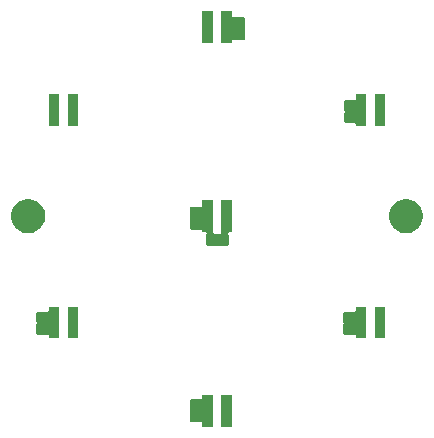
<source format=gbr>
G04 #@! TF.GenerationSoftware,KiCad,Pcbnew,5.0.1-33cea8e~67~ubuntu16.04.1*
G04 #@! TF.CreationDate,2018-10-18T10:50:00-04:00*
G04 #@! TF.ProjectId,MQP Kat Foot Sensors,4D5150204B617420466F6F742053656E,rev?*
G04 #@! TF.SameCoordinates,Original*
G04 #@! TF.FileFunction,Soldermask,Bot*
G04 #@! TF.FilePolarity,Negative*
%FSLAX46Y46*%
G04 Gerber Fmt 4.6, Leading zero omitted, Abs format (unit mm)*
G04 Created by KiCad (PCBNEW 5.0.1-33cea8e~67~ubuntu16.04.1) date Thu 18 Oct 2018 10:50:00 AM EDT*
%MOMM*%
%LPD*%
G01*
G04 APERTURE LIST*
%ADD10C,0.100000*%
G04 APERTURE END LIST*
D10*
G36*
X-350000Y-17850000D02*
X-1250000Y-17850000D01*
X-1250000Y-17572055D01*
X-1252402Y-17547669D01*
X-1259515Y-17524220D01*
X-1271066Y-17502609D01*
X-1286612Y-17483667D01*
X-1305554Y-17468121D01*
X-1327165Y-17456570D01*
X-1350614Y-17449457D01*
X-1375000Y-17447055D01*
X-1411283Y-17452437D01*
X-1439024Y-17460851D01*
X-1481141Y-17465000D01*
X-2138859Y-17465000D01*
X-2180974Y-17460852D01*
X-2215568Y-17450358D01*
X-2247441Y-17433322D01*
X-2275387Y-17410387D01*
X-2298322Y-17382441D01*
X-2315358Y-17350568D01*
X-2325852Y-17315974D01*
X-2330000Y-17273859D01*
X-2330000Y-16666141D01*
X-2325852Y-16624026D01*
X-2315358Y-16589432D01*
X-2294213Y-16549872D01*
X-2290243Y-16543931D01*
X-2280864Y-16521292D01*
X-2276083Y-16497259D01*
X-2276081Y-16472755D01*
X-2280860Y-16448721D01*
X-2290237Y-16426082D01*
X-2294205Y-16420142D01*
X-2315358Y-16380568D01*
X-2325852Y-16345974D01*
X-2330000Y-16303859D01*
X-2330000Y-15696141D01*
X-2325852Y-15654026D01*
X-2315358Y-15619432D01*
X-2298322Y-15587559D01*
X-2275387Y-15559613D01*
X-2247441Y-15536678D01*
X-2215568Y-15519642D01*
X-2180974Y-15509148D01*
X-2138859Y-15505000D01*
X-1481141Y-15505000D01*
X-1439024Y-15509149D01*
X-1411283Y-15517563D01*
X-1387250Y-15522343D01*
X-1362745Y-15522343D01*
X-1338712Y-15517562D01*
X-1316073Y-15508184D01*
X-1295699Y-15494570D01*
X-1278372Y-15477242D01*
X-1264759Y-15456867D01*
X-1255382Y-15434228D01*
X-1250000Y-15397945D01*
X-1250000Y-15150000D01*
X-350000Y-15150000D01*
X-350000Y-17850000D01*
X-350000Y-17850000D01*
G37*
G36*
X1250000Y-17850000D02*
X350000Y-17850000D01*
X350000Y-15150000D01*
X1250000Y-15150000D01*
X1250000Y-17850000D01*
X1250000Y-17850000D01*
G37*
G36*
X14250000Y-10350000D02*
X13350000Y-10350000D01*
X13350000Y-7650000D01*
X14250000Y-7650000D01*
X14250000Y-10350000D01*
X14250000Y-10350000D01*
G37*
G36*
X12650000Y-10350000D02*
X11750000Y-10350000D01*
X11750000Y-10152055D01*
X11747598Y-10127669D01*
X11740485Y-10104220D01*
X11728934Y-10082609D01*
X11713388Y-10063667D01*
X11694446Y-10048121D01*
X11672835Y-10036570D01*
X11649386Y-10029457D01*
X11625000Y-10027055D01*
X11588717Y-10032437D01*
X11560976Y-10040851D01*
X11518859Y-10045000D01*
X10861141Y-10045000D01*
X10819026Y-10040852D01*
X10784432Y-10030358D01*
X10752559Y-10013322D01*
X10724613Y-9990387D01*
X10701678Y-9962441D01*
X10684642Y-9930568D01*
X10674148Y-9895974D01*
X10670000Y-9853859D01*
X10670000Y-9246141D01*
X10674148Y-9204026D01*
X10684642Y-9169432D01*
X10705787Y-9129872D01*
X10709757Y-9123931D01*
X10719136Y-9101292D01*
X10723917Y-9077259D01*
X10723919Y-9052755D01*
X10719140Y-9028721D01*
X10709763Y-9006082D01*
X10705795Y-9000142D01*
X10684642Y-8960568D01*
X10674148Y-8925974D01*
X10670000Y-8883859D01*
X10670000Y-8276141D01*
X10674148Y-8234026D01*
X10684642Y-8199432D01*
X10701678Y-8167559D01*
X10724613Y-8139613D01*
X10752559Y-8116678D01*
X10784432Y-8099642D01*
X10819026Y-8089148D01*
X10861141Y-8085000D01*
X11518859Y-8085000D01*
X11560976Y-8089149D01*
X11588717Y-8097563D01*
X11612750Y-8102343D01*
X11637255Y-8102343D01*
X11661288Y-8097562D01*
X11683927Y-8088184D01*
X11704301Y-8074570D01*
X11721628Y-8057242D01*
X11735241Y-8036867D01*
X11744618Y-8014228D01*
X11750000Y-7977945D01*
X11750000Y-7650000D01*
X12650000Y-7650000D01*
X12650000Y-10350000D01*
X12650000Y-10350000D01*
G37*
G36*
X-13350000Y-10350000D02*
X-14250000Y-10350000D01*
X-14250000Y-10148121D01*
X-14252402Y-10123735D01*
X-14259515Y-10100286D01*
X-14271066Y-10078675D01*
X-14286612Y-10059733D01*
X-14305554Y-10044187D01*
X-14327165Y-10032636D01*
X-14350614Y-10025523D01*
X-14375000Y-10023121D01*
X-14399386Y-10025523D01*
X-14411286Y-10028504D01*
X-14419025Y-10030852D01*
X-14461141Y-10035000D01*
X-15118859Y-10035000D01*
X-15160974Y-10030852D01*
X-15195568Y-10020358D01*
X-15227441Y-10003322D01*
X-15255387Y-9980387D01*
X-15278322Y-9952441D01*
X-15295358Y-9920568D01*
X-15305852Y-9885974D01*
X-15310000Y-9843859D01*
X-15310000Y-9236141D01*
X-15305852Y-9194026D01*
X-15295358Y-9159432D01*
X-15274213Y-9119872D01*
X-15270243Y-9113931D01*
X-15260864Y-9091292D01*
X-15256083Y-9067259D01*
X-15256081Y-9042755D01*
X-15260860Y-9018721D01*
X-15270237Y-8996082D01*
X-15274205Y-8990142D01*
X-15295358Y-8950568D01*
X-15305852Y-8915974D01*
X-15310000Y-8873859D01*
X-15310000Y-8266141D01*
X-15305852Y-8224026D01*
X-15295358Y-8189432D01*
X-15278322Y-8157559D01*
X-15255387Y-8129613D01*
X-15227441Y-8106678D01*
X-15195568Y-8089642D01*
X-15160974Y-8079148D01*
X-15118859Y-8075000D01*
X-14461141Y-8075000D01*
X-14419025Y-8079148D01*
X-14411286Y-8081496D01*
X-14387253Y-8086277D01*
X-14362748Y-8086277D01*
X-14338715Y-8081497D01*
X-14316076Y-8072119D01*
X-14295701Y-8058506D01*
X-14278374Y-8041178D01*
X-14264760Y-8020804D01*
X-14255383Y-7998165D01*
X-14250602Y-7974132D01*
X-14250000Y-7961879D01*
X-14250000Y-7650000D01*
X-13350000Y-7650000D01*
X-13350000Y-10350000D01*
X-13350000Y-10350000D01*
G37*
G36*
X-11750000Y-10350000D02*
X-12650000Y-10350000D01*
X-12650000Y-7650000D01*
X-11750000Y-7650000D01*
X-11750000Y-10350000D01*
X-11750000Y-10350000D01*
G37*
G36*
X-350000Y-1355000D02*
X-347598Y-1379386D01*
X-340485Y-1402835D01*
X-328934Y-1424446D01*
X-313388Y-1443388D01*
X-294446Y-1458934D01*
X-272835Y-1470485D01*
X-249386Y-1477598D01*
X-225000Y-1480000D01*
X-146141Y-1480000D01*
X-104026Y-1484148D01*
X-69432Y-1494642D01*
X-29872Y-1515787D01*
X-23931Y-1519757D01*
X-1292Y-1529136D01*
X22741Y-1533917D01*
X47245Y-1533919D01*
X71279Y-1529140D01*
X93918Y-1519763D01*
X99858Y-1515795D01*
X139432Y-1494642D01*
X174026Y-1484148D01*
X216141Y-1480000D01*
X225000Y-1480000D01*
X249386Y-1477598D01*
X272835Y-1470485D01*
X294446Y-1458934D01*
X313388Y-1443388D01*
X328934Y-1424446D01*
X340485Y-1402835D01*
X347598Y-1379386D01*
X350000Y-1355000D01*
X350000Y1350000D01*
X1250000Y1350000D01*
X1250000Y-1350000D01*
X1073170Y-1350000D01*
X1048784Y-1352402D01*
X1025335Y-1359515D01*
X1003724Y-1371066D01*
X984782Y-1386612D01*
X969236Y-1405554D01*
X957685Y-1427165D01*
X950572Y-1450614D01*
X948170Y-1475000D01*
X950572Y-1499386D01*
X957685Y-1522835D01*
X969236Y-1544446D01*
X976544Y-1554299D01*
X983320Y-1562555D01*
X1000358Y-1594432D01*
X1010852Y-1629026D01*
X1015000Y-1671141D01*
X1015000Y-2328859D01*
X1010852Y-2370974D01*
X1000358Y-2405568D01*
X983322Y-2437441D01*
X960387Y-2465387D01*
X932441Y-2488322D01*
X900568Y-2505358D01*
X865974Y-2515852D01*
X823859Y-2520000D01*
X216141Y-2520000D01*
X174026Y-2515852D01*
X139432Y-2505358D01*
X99872Y-2484213D01*
X93931Y-2480243D01*
X71292Y-2470864D01*
X47259Y-2466083D01*
X22755Y-2466081D01*
X-1279Y-2470860D01*
X-23918Y-2480237D01*
X-29858Y-2484205D01*
X-69432Y-2505358D01*
X-104026Y-2515852D01*
X-146141Y-2520000D01*
X-753859Y-2520000D01*
X-795974Y-2515852D01*
X-830568Y-2505358D01*
X-862441Y-2488322D01*
X-890387Y-2465387D01*
X-913322Y-2437441D01*
X-930358Y-2405568D01*
X-940852Y-2370974D01*
X-945000Y-2328859D01*
X-945000Y-1671141D01*
X-940852Y-1629026D01*
X-930358Y-1594432D01*
X-913320Y-1562555D01*
X-906544Y-1554299D01*
X-892930Y-1533925D01*
X-883553Y-1511286D01*
X-878772Y-1487252D01*
X-878772Y-1462748D01*
X-883552Y-1438715D01*
X-892930Y-1416076D01*
X-906543Y-1395701D01*
X-923871Y-1378374D01*
X-944245Y-1364760D01*
X-966884Y-1355383D01*
X-990918Y-1350602D01*
X-1003170Y-1350000D01*
X-1250000Y-1350000D01*
X-1250000Y-1270088D01*
X-1252402Y-1245702D01*
X-1259515Y-1222253D01*
X-1271066Y-1200642D01*
X-1286612Y-1181700D01*
X-1305554Y-1166154D01*
X-1327165Y-1154603D01*
X-1350614Y-1147490D01*
X-1375000Y-1145088D01*
X-1411284Y-1150470D01*
X-1429026Y-1155852D01*
X-1471141Y-1160000D01*
X-2128859Y-1160000D01*
X-2170974Y-1155852D01*
X-2205568Y-1145358D01*
X-2237441Y-1128322D01*
X-2265387Y-1105387D01*
X-2288322Y-1077441D01*
X-2305358Y-1045568D01*
X-2315852Y-1010974D01*
X-2320000Y-968859D01*
X-2320000Y-361141D01*
X-2315852Y-319026D01*
X-2305358Y-284432D01*
X-2284213Y-244872D01*
X-2280243Y-238931D01*
X-2270864Y-216292D01*
X-2266083Y-192259D01*
X-2266081Y-167755D01*
X-2270860Y-143721D01*
X-2280237Y-121082D01*
X-2284205Y-115142D01*
X-2305358Y-75568D01*
X-2315852Y-40974D01*
X-2320000Y1141D01*
X-2320000Y608859D01*
X-2315852Y650974D01*
X-2305358Y685568D01*
X-2288322Y717441D01*
X-2265387Y745387D01*
X-2237441Y768322D01*
X-2205568Y785358D01*
X-2170974Y795852D01*
X-2128859Y800000D01*
X-1471141Y800000D01*
X-1429026Y795852D01*
X-1411284Y790470D01*
X-1387251Y785690D01*
X-1362746Y785690D01*
X-1338713Y790471D01*
X-1316074Y799849D01*
X-1295700Y813463D01*
X-1278373Y830790D01*
X-1264759Y851165D01*
X-1255382Y873804D01*
X-1250000Y910088D01*
X-1250000Y1350000D01*
X-350000Y1350000D01*
X-350000Y-1355000D01*
X-350000Y-1355000D01*
G37*
G36*
X-15577053Y1394278D02*
X-15313167Y1284973D01*
X-15075676Y1126287D01*
X-14873713Y924324D01*
X-14715027Y686833D01*
X-14605722Y422947D01*
X-14550000Y142814D01*
X-14550000Y-142814D01*
X-14605722Y-422947D01*
X-14715027Y-686833D01*
X-14873713Y-924324D01*
X-15075676Y-1126287D01*
X-15313167Y-1284973D01*
X-15577053Y-1394278D01*
X-15857186Y-1450000D01*
X-16142814Y-1450000D01*
X-16422947Y-1394278D01*
X-16686833Y-1284973D01*
X-16924324Y-1126287D01*
X-17126287Y-924324D01*
X-17284973Y-686833D01*
X-17394278Y-422947D01*
X-17450000Y-142814D01*
X-17450000Y142814D01*
X-17394278Y422947D01*
X-17284973Y686833D01*
X-17126287Y924324D01*
X-16924324Y1126287D01*
X-16686833Y1284973D01*
X-16422947Y1394278D01*
X-16142814Y1450000D01*
X-15857186Y1450000D01*
X-15577053Y1394278D01*
X-15577053Y1394278D01*
G37*
G36*
X16422947Y1394278D02*
X16686833Y1284973D01*
X16924324Y1126287D01*
X17126287Y924324D01*
X17284973Y686833D01*
X17394278Y422947D01*
X17450000Y142814D01*
X17450000Y-142814D01*
X17394278Y-422947D01*
X17284973Y-686833D01*
X17126287Y-924324D01*
X16924324Y-1126287D01*
X16686833Y-1284973D01*
X16422947Y-1394278D01*
X16142814Y-1450000D01*
X15857186Y-1450000D01*
X15577053Y-1394278D01*
X15313167Y-1284973D01*
X15075676Y-1126287D01*
X14873713Y-924324D01*
X14715027Y-686833D01*
X14605722Y-422947D01*
X14550000Y-142814D01*
X14550000Y142814D01*
X14605722Y422947D01*
X14715027Y686833D01*
X14873713Y924324D01*
X15075676Y1126287D01*
X15313167Y1284973D01*
X15577053Y1394278D01*
X15857186Y1450000D01*
X16142814Y1450000D01*
X16422947Y1394278D01*
X16422947Y1394278D01*
G37*
G36*
X-13350000Y7650000D02*
X-14250000Y7650000D01*
X-14250000Y10350000D01*
X-13350000Y10350000D01*
X-13350000Y7650000D01*
X-13350000Y7650000D01*
G37*
G36*
X-11750000Y7650000D02*
X-12650000Y7650000D01*
X-12650000Y10350000D01*
X-11750000Y10350000D01*
X-11750000Y7650000D01*
X-11750000Y7650000D01*
G37*
G36*
X14250000Y7650000D02*
X13350000Y7650000D01*
X13350000Y10350000D01*
X14250000Y10350000D01*
X14250000Y7650000D01*
X14250000Y7650000D01*
G37*
G36*
X12650000Y7650000D02*
X11750000Y7650000D01*
X11750000Y7750000D01*
X11747598Y7774386D01*
X11740485Y7797835D01*
X11728934Y7819446D01*
X11713388Y7838388D01*
X11694446Y7853934D01*
X11672835Y7865485D01*
X11649386Y7872598D01*
X11625000Y7875000D01*
X10961141Y7875000D01*
X10919026Y7879148D01*
X10884432Y7889642D01*
X10852559Y7906678D01*
X10824613Y7929613D01*
X10801678Y7957559D01*
X10784642Y7989432D01*
X10774148Y8024026D01*
X10770000Y8066141D01*
X10770000Y8673859D01*
X10774148Y8715974D01*
X10784642Y8750568D01*
X10805787Y8790128D01*
X10809757Y8796069D01*
X10819136Y8818708D01*
X10823917Y8842741D01*
X10823919Y8867245D01*
X10819140Y8891279D01*
X10809763Y8913918D01*
X10805795Y8919858D01*
X10784642Y8959432D01*
X10774148Y8994026D01*
X10770000Y9036141D01*
X10770000Y9643859D01*
X10774148Y9685974D01*
X10784642Y9720568D01*
X10801678Y9752441D01*
X10824613Y9780387D01*
X10852559Y9803322D01*
X10884432Y9820358D01*
X10919026Y9830852D01*
X10961141Y9835000D01*
X11625000Y9835000D01*
X11649386Y9837402D01*
X11672835Y9844515D01*
X11694446Y9856066D01*
X11713388Y9871612D01*
X11728934Y9890554D01*
X11740485Y9912165D01*
X11747598Y9935614D01*
X11750000Y9960000D01*
X11750000Y10350000D01*
X12650000Y10350000D01*
X12650000Y7650000D01*
X12650000Y7650000D01*
G37*
G36*
X-350000Y14650000D02*
X-1250000Y14650000D01*
X-1250000Y17350000D01*
X-350000Y17350000D01*
X-350000Y14650000D01*
X-350000Y14650000D01*
G37*
G36*
X1250000Y16939291D02*
X1252402Y16914905D01*
X1259515Y16891456D01*
X1271066Y16869845D01*
X1286612Y16850903D01*
X1305554Y16835357D01*
X1327165Y16823806D01*
X1350614Y16816693D01*
X1375000Y16814291D01*
X1399386Y16816693D01*
X1422835Y16823806D01*
X1433925Y16829051D01*
X1464435Y16845359D01*
X1499026Y16855852D01*
X1541141Y16860000D01*
X2198859Y16860000D01*
X2240974Y16855852D01*
X2275568Y16845358D01*
X2307441Y16828322D01*
X2335387Y16805387D01*
X2358322Y16777441D01*
X2375358Y16745568D01*
X2385852Y16710974D01*
X2390000Y16668859D01*
X2390000Y16061141D01*
X2385852Y16019026D01*
X2375358Y15984432D01*
X2354213Y15944872D01*
X2350243Y15938931D01*
X2340864Y15916292D01*
X2336083Y15892259D01*
X2336081Y15867755D01*
X2340860Y15843721D01*
X2350237Y15821082D01*
X2354205Y15815142D01*
X2375358Y15775568D01*
X2385852Y15740974D01*
X2390000Y15698859D01*
X2390000Y15091141D01*
X2385852Y15049026D01*
X2375358Y15014432D01*
X2358322Y14982559D01*
X2335387Y14954613D01*
X2307441Y14931678D01*
X2275568Y14914642D01*
X2240974Y14904148D01*
X2198859Y14900000D01*
X1541141Y14900000D01*
X1499026Y14904148D01*
X1464435Y14914641D01*
X1433925Y14930949D01*
X1411286Y14940326D01*
X1387253Y14945107D01*
X1362749Y14945107D01*
X1338715Y14940327D01*
X1316076Y14930950D01*
X1295701Y14917336D01*
X1278374Y14900009D01*
X1264760Y14879634D01*
X1255383Y14856995D01*
X1250602Y14832962D01*
X1250000Y14820709D01*
X1250000Y14650000D01*
X350000Y14650000D01*
X350000Y17350000D01*
X1250000Y17350000D01*
X1250000Y16939291D01*
X1250000Y16939291D01*
G37*
M02*

</source>
